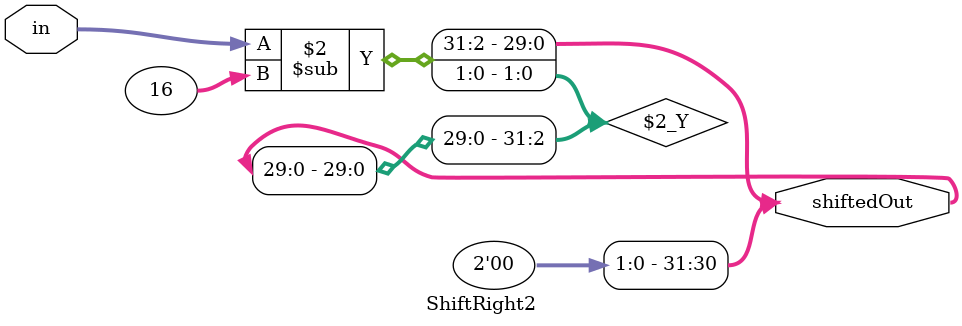
<source format=v>
`timescale 1ns / 1ps


module ShiftRight2(in, shiftedOut);
    input [31:0] in;
    output reg [31:0] shiftedOut;
    
    always@(in) begin
    shiftedOut <= (in - 16) >> 2;
    end
endmodule

</source>
